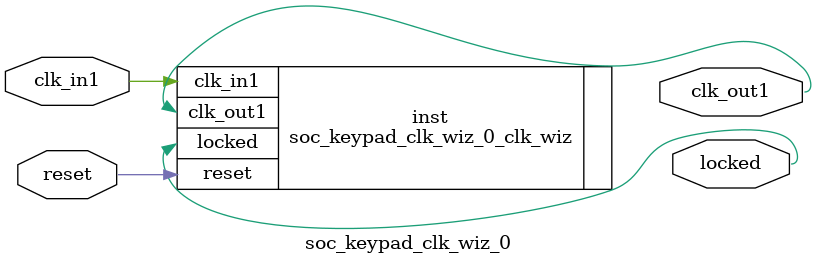
<source format=v>


`timescale 1ps/1ps

(* CORE_GENERATION_INFO = "soc_keypad_clk_wiz_0,clk_wiz_v6_0_15_0_0,{component_name=soc_keypad_clk_wiz_0,use_phase_alignment=true,use_min_o_jitter=false,use_max_i_jitter=false,use_dyn_phase_shift=false,use_inclk_switchover=false,use_dyn_reconfig=false,enable_axi=0,feedback_source=FDBK_AUTO,PRIMITIVE=MMCM,num_out_clk=1,clkin1_period=10.000,clkin2_period=10.000,use_power_down=false,use_reset=true,use_locked=true,use_inclk_stopped=false,feedback_type=SINGLE,CLOCK_MGR_TYPE=NA,manual_override=false}" *)

module soc_keypad_clk_wiz_0 
 (
  // Clock out ports
  output        clk_out1,
  // Status and control signals
  input         reset,
  output        locked,
 // Clock in ports
  input         clk_in1
 );

  soc_keypad_clk_wiz_0_clk_wiz inst
  (
  // Clock out ports  
  .clk_out1(clk_out1),
  // Status and control signals               
  .reset(reset), 
  .locked(locked),
 // Clock in ports
  .clk_in1(clk_in1)
  );

endmodule

</source>
